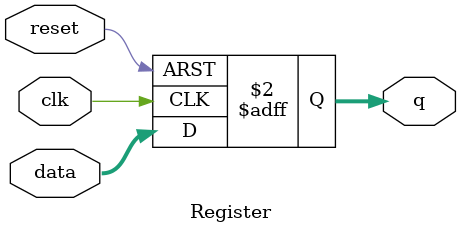
<source format=sv>

module Register(
    input wire clk,        // Clock input
    input wire reset,      // Reset input
    input wire [7:0] data, // Data input (8-bit)
    output reg [7:0] q      // 8-bit output
);
    always @(posedge clk or posedge reset) begin
        if (reset)
            q <= 8'b00000000;  // Reset the register to zero
        else
            q <= data;         // Store input data on each clock edge
    end
endmodule

</source>
